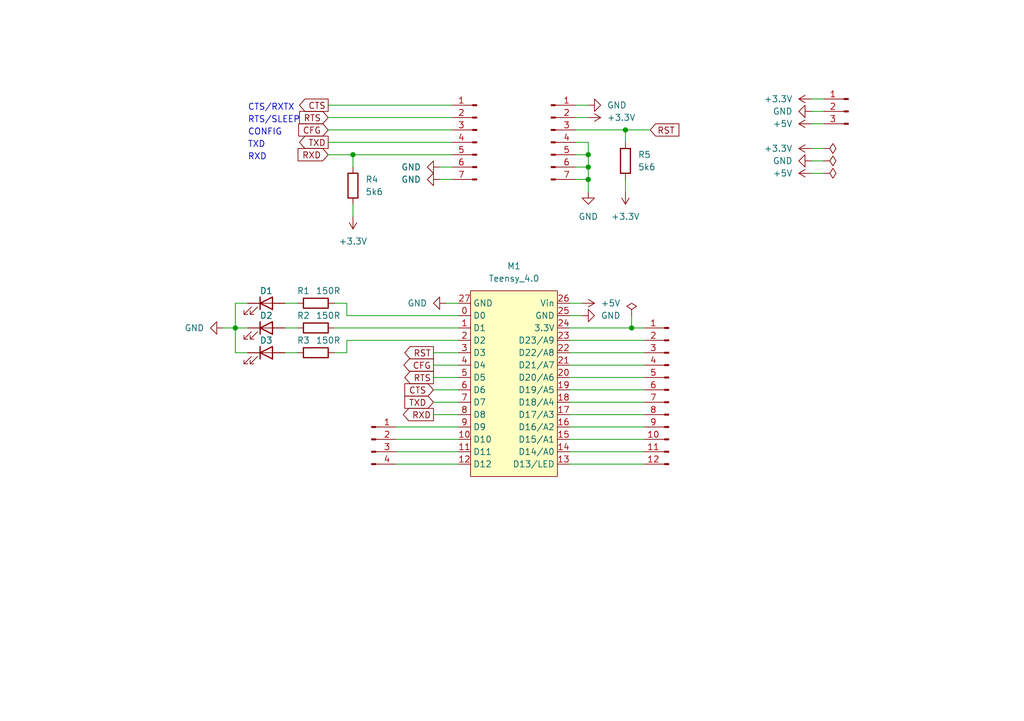
<source format=kicad_sch>
(kicad_sch (version 20230121) (generator eeschema)
  (paper "A5")
  (lib_symbols
    (symbol "+3.3V_1" (power) (pin_names (offset 0))
      (property "Value" "+3.3V_1" (at 0 3.556 0))
      (symbol "+3.3V_1_0_1"
        (polyline (pts (xy -0.762 1.27) (xy 0 2.54)))
        (polyline (pts (xy 0 0) (xy 0 2.54)))
        (polyline (pts (xy 0 2.54) (xy 0.762 1.27)))
      )
      (symbol "+3.3V_1_1_1"
        (pin power_in line (at 0 0 90) (length 0) hide (name "+3.3V") (number "1"))
      )
    )
    (symbol "+5V_1" (power) (pin_names (offset 0))
      (property "Value" "+5V_1" (at 0 3.556 0))
      (symbol "+5V_1_0_1"
        (polyline (pts (xy -0.762 1.27) (xy 0 2.54)))
        (polyline (pts (xy 0 0) (xy 0 2.54)))
        (polyline (pts (xy 0 2.54) (xy 0.762 1.27)))
      )
      (symbol "+5V_1_1_1"
        (pin power_in line (at 0 0 90) (length 0) hide (name "+5V") (number "1"))
      )
    )
    (symbol "Connector:Conn_01x03_Pin" (pin_names (offset 1.016) hide)
      (property "Reference" "J" (at 0 5.08 0))
      (property "Value" "Conn_01x03_Pin" (at 0 -5.08 0))
      (symbol "Conn_01x03_Pin_1_1"
        (polyline (pts (xy 1.27 -2.54) (xy 0.8636 -2.54)) (stroke (width 0.1524)))
        (polyline (pts (xy 1.27 0) (xy 0.8636 0)) (stroke (width 0.1524)))
        (polyline (pts (xy 1.27 2.54) (xy 0.8636 2.54)) (stroke (width 0.1524)))
        (rectangle (start 0.8636 -2.413) (end 0 -2.667) (stroke (width 0.1524)) (fill (type outline)))
        (rectangle (start 0.8636 0.127) (end 0 -0.127) (stroke (width 0.1524)) (fill (type outline)))
        (rectangle (start 0.8636 2.667) (end 0 2.413) (stroke (width 0.1524)) (fill (type outline)))
        (pin passive line (at 5.08 2.54 180) (length 3.81) (name "Pin_1") (number "1"))
        (pin passive line (at 5.08 0 180) (length 3.81) (name "Pin_2") (number "2"))
        (pin passive line (at 5.08 -2.54 180) (length 3.81) (name "Pin_3") (number "3"))
      )
    )
    (symbol "Connector:Conn_01x04_Pin" (pin_names (offset 1.016) hide)
      (property "Reference" "J" (at 0 5.08 0))
      (property "Value" "Conn_01x04_Pin" (at 0 -7.62 0))
      (symbol "Conn_01x04_Pin_1_1"
        (polyline (pts (xy 1.27 -5.08) (xy 0.8636 -5.08)) (stroke (width 0.1524)))
        (polyline (pts (xy 1.27 -2.54) (xy 0.8636 -2.54)) (stroke (width 0.1524)))
        (polyline (pts (xy 1.27 0) (xy 0.8636 0)) (stroke (width 0.1524)))
        (polyline (pts (xy 1.27 2.54) (xy 0.8636 2.54)) (stroke (width 0.1524)))
        (rectangle (start 0.8636 -4.953) (end 0 -5.207) (stroke (width 0.1524)) (fill (type outline)))
        (rectangle (start 0.8636 -2.413) (end 0 -2.667) (stroke (width 0.1524)) (fill (type outline)))
        (rectangle (start 0.8636 0.127) (end 0 -0.127) (stroke (width 0.1524)) (fill (type outline)))
        (rectangle (start 0.8636 2.667) (end 0 2.413) (stroke (width 0.1524)) (fill (type outline)))
        (pin passive line (at 5.08 2.54 180) (length 3.81) (name "Pin_1") (number "1"))
        (pin passive line (at 5.08 0 180) (length 3.81) (name "Pin_2") (number "2"))
        (pin passive line (at 5.08 -2.54 180) (length 3.81) (name "Pin_3") (number "3"))
        (pin passive line (at 5.08 -5.08 180) (length 3.81) (name "Pin_4") (number "4"))
      )
    )
    (symbol "Connector:Conn_01x07_Pin" (pin_names (offset 1.016) hide)
      (property "Reference" "J" (at 0 10.16 0))
      (property "Value" "Conn_01x07_Pin" (at 0 -10.16 0))
      (symbol "Conn_01x07_Pin_1_1"
        (polyline (pts (xy 1.27 -7.62) (xy 0.8636 -7.62)) (stroke (width 0.1524)))
        (polyline (pts (xy 1.27 -5.08) (xy 0.8636 -5.08)) (stroke (width 0.1524)))
        (polyline (pts (xy 1.27 -2.54) (xy 0.8636 -2.54)) (stroke (width 0.1524)))
        (polyline (pts (xy 1.27 0) (xy 0.8636 0)) (stroke (width 0.1524)))
        (polyline (pts (xy 1.27 2.54) (xy 0.8636 2.54)) (stroke (width 0.1524)))
        (polyline (pts (xy 1.27 5.08) (xy 0.8636 5.08)) (stroke (width 0.1524)))
        (polyline (pts (xy 1.27 7.62) (xy 0.8636 7.62)) (stroke (width 0.1524)))
        (rectangle (start 0.8636 -7.493) (end 0 -7.747) (stroke (width 0.1524)) (fill (type outline)))
        (rectangle (start 0.8636 -4.953) (end 0 -5.207) (stroke (width 0.1524)) (fill (type outline)))
        (rectangle (start 0.8636 -2.413) (end 0 -2.667) (stroke (width 0.1524)) (fill (type outline)))
        (rectangle (start 0.8636 0.127) (end 0 -0.127) (stroke (width 0.1524)) (fill (type outline)))
        (rectangle (start 0.8636 2.667) (end 0 2.413) (stroke (width 0.1524)) (fill (type outline)))
        (rectangle (start 0.8636 5.207) (end 0 4.953) (stroke (width 0.1524)) (fill (type outline)))
        (rectangle (start 0.8636 7.747) (end 0 7.493) (stroke (width 0.1524)) (fill (type outline)))
        (pin passive line (at 5.08 7.62 180) (length 3.81) (name "Pin_1") (number "1"))
        (pin passive line (at 5.08 5.08 180) (length 3.81) (name "Pin_2") (number "2"))
        (pin passive line (at 5.08 2.54 180) (length 3.81) (name "Pin_3") (number "3"))
        (pin passive line (at 5.08 0 180) (length 3.81) (name "Pin_4") (number "4"))
        (pin passive line (at 5.08 -2.54 180) (length 3.81) (name "Pin_5") (number "5"))
        (pin passive line (at 5.08 -5.08 180) (length 3.81) (name "Pin_6") (number "6"))
        (pin passive line (at 5.08 -7.62 180) (length 3.81) (name "Pin_7") (number "7"))
      )
    )
    (symbol "Connector:Conn_01x12_Pin" (pin_names (offset 1.016) hide)
      (property "Reference" "J" (at 0 15.24 0))
      (property "Value" "Conn_01x12_Pin" (at 0 -17.78 0))
      (symbol "Conn_01x12_Pin_1_1"
        (polyline (pts (xy 1.27 -15.24) (xy 0.8636 -15.24)) (stroke (width 0.1524)))
        (polyline (pts (xy 1.27 -12.7) (xy 0.8636 -12.7)) (stroke (width 0.1524)))
        (polyline (pts (xy 1.27 -10.16) (xy 0.8636 -10.16)) (stroke (width 0.1524)))
        (polyline (pts (xy 1.27 -7.62) (xy 0.8636 -7.62)) (stroke (width 0.1524)))
        (polyline (pts (xy 1.27 -5.08) (xy 0.8636 -5.08)) (stroke (width 0.1524)))
        (polyline (pts (xy 1.27 -2.54) (xy 0.8636 -2.54)) (stroke (width 0.1524)))
        (polyline (pts (xy 1.27 0) (xy 0.8636 0)) (stroke (width 0.1524)))
        (polyline (pts (xy 1.27 2.54) (xy 0.8636 2.54)) (stroke (width 0.1524)))
        (polyline (pts (xy 1.27 5.08) (xy 0.8636 5.08)) (stroke (width 0.1524)))
        (polyline (pts (xy 1.27 7.62) (xy 0.8636 7.62)) (stroke (width 0.1524)))
        (polyline (pts (xy 1.27 10.16) (xy 0.8636 10.16)) (stroke (width 0.1524)))
        (polyline (pts (xy 1.27 12.7) (xy 0.8636 12.7)) (stroke (width 0.1524)))
        (rectangle (start 0.8636 -15.113) (end 0 -15.367) (stroke (width 0.1524)) (fill (type outline)))
        (rectangle (start 0.8636 -12.573) (end 0 -12.827) (stroke (width 0.1524)) (fill (type outline)))
        (rectangle (start 0.8636 -10.033) (end 0 -10.287) (stroke (width 0.1524)) (fill (type outline)))
        (rectangle (start 0.8636 -7.493) (end 0 -7.747) (stroke (width 0.1524)) (fill (type outline)))
        (rectangle (start 0.8636 -4.953) (end 0 -5.207) (stroke (width 0.1524)) (fill (type outline)))
        (rectangle (start 0.8636 -2.413) (end 0 -2.667) (stroke (width 0.1524)) (fill (type outline)))
        (rectangle (start 0.8636 0.127) (end 0 -0.127) (stroke (width 0.1524)) (fill (type outline)))
        (rectangle (start 0.8636 2.667) (end 0 2.413) (stroke (width 0.1524)) (fill (type outline)))
        (rectangle (start 0.8636 5.207) (end 0 4.953) (stroke (width 0.1524)) (fill (type outline)))
        (rectangle (start 0.8636 7.747) (end 0 7.493) (stroke (width 0.1524)) (fill (type outline)))
        (rectangle (start 0.8636 10.287) (end 0 10.033) (stroke (width 0.1524)) (fill (type outline)))
        (rectangle (start 0.8636 12.827) (end 0 12.573) (stroke (width 0.1524)) (fill (type outline)))
        (pin passive line (at 5.08 12.7 180) (length 3.81) (name "Pin_1") (number "1"))
        (pin passive line (at 5.08 -10.16 180) (length 3.81) (name "Pin_10") (number "10"))
        (pin passive line (at 5.08 -12.7 180) (length 3.81) (name "Pin_11") (number "11"))
        (pin passive line (at 5.08 -15.24 180) (length 3.81) (name "Pin_12") (number "12"))
        (pin passive line (at 5.08 10.16 180) (length 3.81) (name "Pin_2") (number "2"))
        (pin passive line (at 5.08 7.62 180) (length 3.81) (name "Pin_3") (number "3"))
        (pin passive line (at 5.08 5.08 180) (length 3.81) (name "Pin_4") (number "4"))
        (pin passive line (at 5.08 2.54 180) (length 3.81) (name "Pin_5") (number "5"))
        (pin passive line (at 5.08 0 180) (length 3.81) (name "Pin_6") (number "6"))
        (pin passive line (at 5.08 -2.54 180) (length 3.81) (name "Pin_7") (number "7"))
        (pin passive line (at 5.08 -5.08 180) (length 3.81) (name "Pin_8") (number "8"))
        (pin passive line (at 5.08 -7.62 180) (length 3.81) (name "Pin_9") (number "9"))
      )
    )
    (symbol "Device:LED" (pin_numbers hide) (pin_names (offset 1.016) hide)
      (property "Reference" "D" (at 0 2.54 0))
      (property "Value" "LED" (at 0 -2.54 0))
      (symbol "LED_0_1"
        (polyline (pts (xy -1.27 -1.27) (xy -1.27 1.27)) (stroke (width 0.254)))
        (polyline (pts (xy -1.27 0) (xy 1.27 0)))
        (polyline (pts (xy 1.27 -1.27) (xy 1.27 1.27) (xy -1.27 0) (xy 1.27 -1.27)) (stroke (width 0.254)))
        (polyline (pts (xy -3.048 -0.762) (xy -4.572 -2.286) (xy -3.81 -2.286) (xy -4.572 -2.286) (xy -4.572 -1.524)))
        (polyline (pts (xy -1.778 -0.762) (xy -3.302 -2.286) (xy -2.54 -2.286) (xy -3.302 -2.286) (xy -3.302 -1.524)))
      )
      (symbol "LED_1_1"
        (pin passive line (at -3.81 0 0) (length 2.54) (name "K") (number "1"))
        (pin passive line (at 3.81 0 180) (length 2.54) (name "A") (number "2"))
      )
    )
    (symbol "Device:R" (pin_numbers hide) (pin_names (offset 0))
      (property "Reference" "R" (at 2.032 0 90))
      (property "Value" "R" (at 0 0 90))
      (symbol "R_0_1"
        (rectangle (start -1.016 -2.54) (end 1.016 2.54) (stroke (width 0.254)))
      )
      (symbol "R_1_1"
        (pin passive line (at 0 3.81 270) (length 1.27) (name "~") (number "1"))
        (pin passive line (at 0 -3.81 90) (length 1.27) (name "~") (number "2"))
      )
    )
    (symbol "GND_1" (power) (pin_names (offset 0))
      (property "Value" "GND_1" (at 0 -3.81 0))
      (symbol "GND_1_0_1"
        (polyline (pts (xy 0 0) (xy 0 -1.27) (xy 1.27 -1.27) (xy 0 -2.54) (xy -1.27 -1.27) (xy 0 -1.27)))
      )
      (symbol "GND_1_1_1"
        (pin power_in line (at 0 0 270) (length 0) hide (name "GND") (number "1"))
      )
    )
    (symbol "New_Library:Teensy_4.0"
      (property "Reference" "M" (at 0 22.86 0))
      (property "Value" "Teensy_4.0" (at 0 20.32 0))
      (symbol "Teensy_4.0_0_1"
        (rectangle (start -8.89 19.05) (end 8.89 -19.05) (fill (type background)))
      )
      (symbol "Teensy_4.0_1_1"
        (pin bidirectional line (at -11.43 13.97 0) (length 2.54) (name "D0") (number "0"))
        (pin bidirectional line (at -11.43 11.43 0) (length 2.54) (name "D1") (number "1"))
        (pin bidirectional line (at -11.43 -11.43 0) (length 2.54) (name "D10") (number "10"))
        (pin bidirectional line (at -11.43 -13.97 0) (length 2.54) (name "D11") (number "11"))
        (pin bidirectional line (at -11.43 -16.51 0) (length 2.54) (name "D12") (number "12"))
        (pin bidirectional line (at 11.43 -16.51 180) (length 2.54) (name "D13/LED") (number "13"))
        (pin bidirectional line (at 11.43 -13.97 180) (length 2.54) (name "D14/A0") (number "14"))
        (pin bidirectional line (at 11.43 -11.43 180) (length 2.54) (name "D15/A1") (number "15"))
        (pin bidirectional line (at 11.43 -8.89 180) (length 2.54) (name "D16/A2") (number "16"))
        (pin bidirectional line (at 11.43 -6.35 180) (length 2.54) (name "D17/A3") (number "17"))
        (pin bidirectional line (at 11.43 -3.81 180) (length 2.54) (name "D18/A4") (number "18"))
        (pin bidirectional line (at 11.43 -1.27 180) (length 2.54) (name "D19/A5") (number "19"))
        (pin bidirectional line (at -11.43 8.89 0) (length 2.54) (name "D2") (number "2"))
        (pin bidirectional line (at 11.43 1.27 180) (length 2.54) (name "D20/A6") (number "20"))
        (pin bidirectional line (at 11.43 3.81 180) (length 2.54) (name "D21/A7") (number "21"))
        (pin bidirectional line (at 11.43 6.35 180) (length 2.54) (name "D22/A8") (number "22"))
        (pin bidirectional line (at 11.43 8.89 180) (length 2.54) (name "D23/A9") (number "23"))
        (pin power_in line (at 11.43 11.43 180) (length 2.54) (name "3.3V") (number "24"))
        (pin power_in line (at 11.43 13.97 180) (length 2.54) (name "GND") (number "25"))
        (pin power_in line (at 11.43 16.51 180) (length 2.54) (name "Vin") (number "26"))
        (pin power_in line (at -11.43 16.51 0) (length 2.54) (name "GND") (number "27"))
        (pin bidirectional line (at -11.43 6.35 0) (length 2.54) (name "D3") (number "3"))
        (pin bidirectional line (at -11.43 3.81 0) (length 2.54) (name "D4") (number "4"))
        (pin bidirectional line (at -11.43 1.27 0) (length 2.54) (name "D5") (number "5"))
        (pin bidirectional line (at -11.43 -1.27 0) (length 2.54) (name "D6") (number "6"))
        (pin bidirectional line (at -11.43 -3.81 0) (length 2.54) (name "D7") (number "7"))
        (pin bidirectional line (at -11.43 -6.35 0) (length 2.54) (name "D8") (number "8"))
        (pin bidirectional line (at -11.43 -8.89 0) (length 2.54) (name "D9") (number "9"))
      )
    )
    (symbol "PWR_FLAG_1" (power) (pin_numbers hide) (pin_names (offset 0) hide)
      (property "Value" "PWR_FLAG_1" (at 0 3.81 0))
      (symbol "PWR_FLAG_1_0_0"
        (pin power_out line (at 0 0 90) (length 0) (name "pwr") (number "1"))
      )
      (symbol "PWR_FLAG_1_0_1"
        (polyline (pts (xy 0 0) (xy 0 1.27) (xy -1.016 1.905) (xy 0 2.54) (xy 1.016 1.905) (xy 0 1.27)))
      )
    )
    (symbol "PWR_FLAG_2" (power) (pin_numbers hide) (pin_names (offset 0) hide)
      (property "Value" "PWR_FLAG_2" (at 0 3.81 0))
      (symbol "PWR_FLAG_2_0_0"
        (pin power_out line (at 0 0 90) (length 0) (name "pwr") (number "1"))
      )
      (symbol "PWR_FLAG_2_0_1"
        (polyline (pts (xy 0 0) (xy 0 1.27) (xy -1.016 1.905) (xy 0 2.54) (xy 1.016 1.905) (xy 0 1.27)))
      )
    )
  )
  (junction (at 120.65 36.83))
  (junction (at 128.27 26.67))
  (junction (at 48.26 67.31))
  (junction (at 72.39 31.75))
  (junction (at 129.54 67.31))
  (junction (at 120.65 31.75))
  (junction (at 120.65 34.29))
  (wire (pts (xy 71.12 72.39) (xy 68.58 72.39)))
  (wire (pts (xy 116.84 62.23) (xy 119.38 62.23)))
  (wire (pts (xy 129.54 67.31) (xy 132.08 67.31)))
  (wire (pts (xy 166.37 33.02) (xy 168.91 33.02)))
  (wire (pts (xy 91.44 62.23) (xy 93.98 62.23)))
  (wire (pts (xy 81.28 90.17) (xy 93.98 90.17)))
  (wire (pts (xy 120.65 29.21) (xy 118.11 29.21)))
  (wire (pts (xy 116.84 92.71) (xy 132.08 92.71)))
  (wire (pts (xy 72.39 31.75) (xy 92.71 31.75)))
  (wire (pts (xy 45.72 67.31) (xy 48.26 67.31)))
  (wire (pts (xy 88.9 80.01) (xy 93.98 80.01)))
  (wire (pts (xy 129.54 64.77) (xy 129.54 67.31)))
  (wire (pts (xy 166.37 25.4) (xy 168.91 25.4)))
  (wire (pts (xy 88.9 85.09) (xy 93.98 85.09)))
  (wire (pts (xy 116.84 74.93) (xy 132.08 74.93)))
  (wire (pts (xy 118.11 26.67) (xy 128.27 26.67)))
  (wire (pts (xy 166.37 35.56) (xy 168.91 35.56)))
  (wire (pts (xy 72.39 31.75) (xy 72.39 34.29)))
  (wire (pts (xy 71.12 62.23) (xy 68.58 62.23)))
  (wire (pts (xy 116.84 85.09) (xy 132.08 85.09)))
  (wire (pts (xy 166.37 30.48) (xy 168.91 30.48)))
  (wire (pts (xy 58.42 62.23) (xy 60.96 62.23)))
  (wire (pts (xy 88.9 77.47) (xy 93.98 77.47)))
  (wire (pts (xy 48.26 67.31) (xy 48.26 72.39)))
  (wire (pts (xy 116.84 77.47) (xy 132.08 77.47)))
  (wire (pts (xy 166.37 22.86) (xy 168.91 22.86)))
  (wire (pts (xy 116.84 95.25) (xy 132.08 95.25)))
  (wire (pts (xy 58.42 72.39) (xy 60.96 72.39)))
  (wire (pts (xy 48.26 62.23) (xy 50.8 62.23)))
  (wire (pts (xy 50.8 72.39) (xy 48.26 72.39)))
  (wire (pts (xy 71.12 64.77) (xy 93.98 64.77)))
  (wire (pts (xy 128.27 36.83) (xy 128.27 39.37)))
  (wire (pts (xy 67.31 21.59) (xy 92.71 21.59)))
  (wire (pts (xy 67.31 29.21) (xy 92.71 29.21)))
  (wire (pts (xy 128.27 26.67) (xy 128.27 29.21)))
  (wire (pts (xy 120.65 31.75) (xy 120.65 29.21)))
  (wire (pts (xy 116.84 80.01) (xy 132.08 80.01)))
  (wire (pts (xy 118.11 24.13) (xy 120.65 24.13)))
  (wire (pts (xy 68.58 67.31) (xy 93.98 67.31)))
  (wire (pts (xy 116.84 87.63) (xy 132.08 87.63)))
  (wire (pts (xy 88.9 82.55) (xy 93.98 82.55)))
  (wire (pts (xy 81.28 87.63) (xy 93.98 87.63)))
  (wire (pts (xy 88.9 72.39) (xy 93.98 72.39)))
  (wire (pts (xy 116.84 64.77) (xy 119.38 64.77)))
  (wire (pts (xy 120.65 36.83) (xy 120.65 39.37)))
  (wire (pts (xy 48.26 67.31) (xy 50.8 67.31)))
  (wire (pts (xy 120.65 34.29) (xy 120.65 31.75)))
  (wire (pts (xy 81.28 95.25) (xy 93.98 95.25)))
  (wire (pts (xy 166.37 20.32) (xy 168.91 20.32)))
  (wire (pts (xy 72.39 41.91) (xy 72.39 44.45)))
  (wire (pts (xy 118.11 36.83) (xy 120.65 36.83)))
  (wire (pts (xy 67.31 26.67) (xy 92.71 26.67)))
  (wire (pts (xy 88.9 74.93) (xy 93.98 74.93)))
  (wire (pts (xy 116.84 69.85) (xy 132.08 69.85)))
  (wire (pts (xy 58.42 67.31) (xy 60.96 67.31)))
  (wire (pts (xy 116.84 72.39) (xy 132.08 72.39)))
  (wire (pts (xy 81.28 92.71) (xy 93.98 92.71)))
  (wire (pts (xy 120.65 36.83) (xy 120.65 34.29)))
  (wire (pts (xy 71.12 69.85) (xy 71.12 72.39)))
  (wire (pts (xy 116.84 67.31) (xy 129.54 67.31)))
  (wire (pts (xy 90.17 34.29) (xy 92.71 34.29)))
  (wire (pts (xy 48.26 62.23) (xy 48.26 67.31)))
  (wire (pts (xy 116.84 90.17) (xy 132.08 90.17)))
  (wire (pts (xy 67.31 24.13) (xy 92.71 24.13)))
  (wire (pts (xy 67.31 31.75) (xy 72.39 31.75)))
  (wire (pts (xy 128.27 26.67) (xy 133.35 26.67)))
  (wire (pts (xy 71.12 64.77) (xy 71.12 62.23)))
  (wire (pts (xy 116.84 82.55) (xy 132.08 82.55)))
  (wire (pts (xy 118.11 34.29) (xy 120.65 34.29)))
  (wire (pts (xy 118.11 21.59) (xy 120.65 21.59)))
  (wire (pts (xy 93.98 69.85) (xy 71.12 69.85)))
  (wire (pts (xy 118.11 31.75) (xy 120.65 31.75)))
  (wire (pts (xy 90.17 36.83) (xy 92.71 36.83)))
  (text "TXD" (at 50.8 30.48 0) (effects (font (size 1.27 1.27)) (justify left bottom)))
  (text "CONFIG\n" (at 50.8 27.94 0) (effects (font (size 1.27 1.27)) (justify left bottom)))
  (text "RXD" (at 50.8 33.02 0) (effects (font (size 1.27 1.27)) (justify left bottom)))
  (text "CTS/RXTX" (at 50.8 22.86 0) (effects (font (size 1.27 1.27)) (justify left bottom)))
  (text "RTS/SLEEP\n" (at 50.8 25.4 0) (effects (font (size 1.27 1.27)) (justify left bottom)))
  (global_label "RST" (shape output) (at 88.9 72.39 180) (property "Intersheetrefs" "${INTERSHEET_REFS}" (effects hide)))
  (global_label "RTS" (shape input) (at 67.31 24.13 180) (property "Intersheetrefs" "${INTERSHEET_REFS}" (effects hide)))
  (global_label "RST" (shape input) (at 133.35 26.67 0) (property "Intersheetrefs" "${INTERSHEET_REFS}" (effects hide)))
  (global_label "RTS" (shape output) (at 88.9 77.47 180) (property "Intersheetrefs" "${INTERSHEET_REFS}" (effects hide)))
  (global_label "CFG" (shape output) (at 88.9 74.93 180) (property "Intersheetrefs" "${INTERSHEET_REFS}" (effects hide)))
  (global_label "CTS" (shape output) (at 67.31 21.59 180) (property "Intersheetrefs" "${INTERSHEET_REFS}" (effects hide)))
  (global_label "RXD" (shape output) (at 88.9 85.09 180) (property "Intersheetrefs" "${INTERSHEET_REFS}" (effects hide)))
  (global_label "CFG" (shape input) (at 67.31 26.67 180) (property "Intersheetrefs" "${INTERSHEET_REFS}" (effects hide)))
  (global_label "RXD" (shape input) (at 67.31 31.75 180) (property "Intersheetrefs" "${INTERSHEET_REFS}" (effects hide)))
  (global_label "CTS" (shape input) (at 88.9 80.01 180) (property "Intersheetrefs" "${INTERSHEET_REFS}" (effects hide)))
  (global_label "TXD" (shape output) (at 67.31 29.21 180) (property "Intersheetrefs" "${INTERSHEET_REFS}" (effects hide)))
  (global_label "TXD" (shape input) (at 88.9 82.55 180) (property "Intersheetrefs" "${INTERSHEET_REFS}" (effects hide)))
  (symbol (lib_id "Device:R") (at 128.27 33.02 0) (unit 1)
    (property "Reference" "R5" (at 130.81 31.75 0) (effects (justify left)))
    (property "Value" "5k6" (at 130.81 34.29 0) (effects (justify left)))
    (property "Footprint" "Resistor_SMD:R_1206_3216Metric_Pad1.30x1.75mm_HandSolder" (effects hide))
  )
  (symbol (lib_name "PWR_FLAG_1") (lib_id "power:PWR_FLAG") (at 168.91 30.48 270) (unit 1)
    (property "Reference" "#FLG03" (effects hide))
    (property "Value" "PWR_FLAG" (effects hide))
  )
  (symbol (lib_name "GND_1") (lib_id "power:GND") (at 120.65 21.59 90) (unit 1)
    (property "Reference" "#PWR05" (effects hide))
    (property "Value" "GND" (at 124.46 21.59 90) (effects (justify right)))
  )
  (symbol (lib_name "+3.3V_1") (lib_id "power:+3.3V") (at 120.65 24.13 270) (unit 1)
    (property "Reference" "#PWR013" (effects hide))
    (property "Value" "+3.3V" (at 124.46 24.13 90) (effects (justify left)))
  )
  (symbol (lib_name "PWR_FLAG_1") (lib_id "power:PWR_FLAG") (at 168.91 33.02 270) (unit 1)
    (property "Reference" "#FLG04" (effects hide))
    (property "Value" "PWR_FLAG" (effects hide))
  )
  (symbol (lib_name "GND_1") (lib_id "power:GND") (at 91.44 62.23 270) (unit 1)
    (property "Reference" "#PWR06" (effects hide))
    (property "Value" "GND" (at 87.63 62.23 90) (effects (justify right)))
  )
  (symbol (lib_id "Connector:Conn_01x04_Pin") (at 76.2 90.17 0) (unit 1)
    (property "Reference" "J3" (effects hide))
    (property "Value" "Conn_01x04_Pin" (effects hide))
    (property "Footprint" "new_lib:pad_4" (effects hide))
  )
  (symbol (lib_id "Device:R") (at 64.77 67.31 90) (unit 1)
    (property "Reference" "R2" (at 62.23 64.77 90))
    (property "Value" "150R" (at 67.31 64.77 90))
    (property "Footprint" "Resistor_SMD:R_1206_3216Metric_Pad1.30x1.75mm_HandSolder" (effects hide))
  )
  (symbol (lib_name "GND_1") (lib_id "power:GND") (at 90.17 34.29 270) (unit 1)
    (property "Reference" "#PWR02" (effects hide))
    (property "Value" "GND" (at 86.36 34.29 90) (effects (justify right)))
  )
  (symbol (lib_name "GND_1") (lib_id "power:GND") (at 90.17 36.83 270) (unit 1)
    (property "Reference" "#PWR03" (effects hide))
    (property "Value" "GND" (at 86.36 36.83 90) (effects (justify right)))
  )
  (symbol (lib_id "Device:R") (at 72.39 38.1 180) (unit 1)
    (property "Reference" "R4" (at 74.93 36.83 0) (effects (justify right)))
    (property "Value" "5k6" (at 74.93 39.37 0) (effects (justify right)))
    (property "Footprint" "Resistor_SMD:R_1206_3216Metric_Pad1.30x1.75mm_HandSolder" (effects hide))
  )
  (symbol (lib_name "+5V_1") (lib_id "power:+5V") (at 119.38 62.23 270) (unit 1)
    (property "Reference" "#PWR08" (effects hide))
    (property "Value" "+5V" (at 123.19 62.23 90) (effects (justify left)))
  )
  (symbol (lib_name "+3.3V_1") (lib_id "power:+3.3V") (at 166.37 30.48 90) (unit 1)
    (property "Reference" "#PWR017" (effects hide))
    (property "Value" "+3.3V" (at 162.56 30.48 90) (effects (justify left)))
  )
  (symbol (lib_id "Device:R") (at 64.77 62.23 90) (unit 1)
    (property "Reference" "R1" (at 62.23 59.69 90))
    (property "Value" "150R" (at 67.31 59.69 90))
    (property "Footprint" "Resistor_SMD:R_1206_3216Metric_Pad1.30x1.75mm_HandSolder" (effects hide))
  )
  (symbol (lib_id "Connector:Conn_01x07_Pin") (at 97.79 29.21 0) (mirror y) (unit 1)
    (property "Reference" "J7" (effects hide))
    (property "Value" "Conn_01x07_Pin" (effects hide))
    (property "Footprint" "Connector_PinSocket_2.54mm:PinSocket_1x07_P2.54mm_Vertical" (effects hide))
  )
  (symbol (lib_name "GND_1") (lib_id "power:GND") (at 166.37 22.86 270) (unit 1)
    (property "Reference" "#PWR014" (effects hide))
    (property "Value" "GND" (at 162.56 22.86 90) (effects (justify right)))
  )
  (symbol (lib_id "New_Library:Teensy_4.0") (at 105.41 78.74 0) (unit 1)
    (property "Reference" "M1" (at 105.41 54.61 0))
    (property "Value" "Teensy_4.0" (at 105.41 57.15 0))
    (property "Footprint" "new_lib:Teensy_4.0" (effects hide))
  )
  (symbol (lib_id "Connector:Conn_01x07_Pin") (at 113.03 29.21 0) (unit 1)
    (property "Reference" "J6" (effects hide))
    (property "Value" "Conn_01x07_Pin" (effects hide))
    (property "Footprint" "Connector_PinSocket_2.54mm:PinSocket_1x07_P2.54mm_Vertical" (effects hide))
  )
  (symbol (lib_id "Connector:Conn_01x12_Pin") (at 137.16 80.01 0) (mirror y) (unit 1)
    (property "Reference" "J2" (effects hide))
    (property "Value" "Conn_01x12_Pin" (effects hide))
    (property "Footprint" "new_lib:pad_12" (effects hide))
  )
  (symbol (lib_name "+3.3V_1") (lib_id "power:+3.3V") (at 72.39 44.45 180) (unit 1)
    (property "Reference" "#PWR04" (effects hide))
    (property "Value" "+3.3V" (at 72.39 49.53 0))
  )
  (symbol (lib_name "GND_1") (lib_id "power:GND") (at 166.37 33.02 270) (unit 1)
    (property "Reference" "#PWR018" (effects hide))
    (property "Value" "GND" (at 162.56 33.02 90) (effects (justify right)))
  )
  (symbol (lib_name "GND_1") (lib_id "power:GND") (at 45.72 67.31 270) (unit 1)
    (property "Reference" "#PWR01" (effects hide))
    (property "Value" "GND" (at 41.91 67.31 90) (effects (justify right)))
  )
  (symbol (lib_name "+3.3V_1") (lib_id "power:+3.3V") (at 128.27 39.37 180) (unit 1)
    (property "Reference" "#PWR012" (effects hide))
    (property "Value" "+3.3V" (at 128.27 44.45 0))
  )
  (symbol (lib_name "GND_1") (lib_id "power:GND") (at 120.65 39.37 0) (unit 1)
    (property "Reference" "#PWR011" (effects hide))
    (property "Value" "GND" (at 120.65 44.45 0))
  )
  (symbol (lib_id "Device:R") (at 64.77 72.39 90) (unit 1)
    (property "Reference" "R3" (at 62.23 69.85 90))
    (property "Value" "150R" (at 67.31 69.85 90))
    (property "Footprint" "Resistor_SMD:R_1206_3216Metric_Pad1.30x1.75mm_HandSolder" (effects hide))
  )
  (symbol (lib_name "PWR_FLAG_1") (lib_id "power:PWR_FLAG") (at 168.91 35.56 270) (unit 1)
    (property "Reference" "#FLG05" (effects hide))
    (property "Value" "PWR_FLAG" (effects hide))
  )
  (symbol (lib_name "GND_1") (lib_id "power:GND") (at 119.38 64.77 90) (unit 1)
    (property "Reference" "#PWR07" (effects hide))
    (property "Value" "GND" (at 123.19 64.77 90) (effects (justify right)))
  )
  (symbol (lib_id "Device:LED") (at 54.61 67.31 0) (unit 1)
    (property "Reference" "D2" (at 54.61 64.77 0))
    (property "Value" "LED" (effects hide))
    (property "Footprint" "LED_THT:LED_D3.0mm" (effects hide))
  )
  (symbol (lib_name "+5V_1") (lib_id "power:+5V") (at 166.37 25.4 90) (unit 1)
    (property "Reference" "#PWR016" (effects hide))
    (property "Value" "+5V" (at 162.56 25.4 90) (effects (justify left)))
  )
  (symbol (lib_id "Device:LED") (at 54.61 62.23 0) (unit 1)
    (property "Reference" "D1" (at 54.61 59.69 0))
    (property "Value" "LED" (effects hide))
    (property "Footprint" "LED_THT:LED_D3.0mm" (effects hide))
  )
  (symbol (lib_name "PWR_FLAG_2") (lib_id "power:PWR_FLAG") (at 129.54 64.77 0) (unit 1)
    (property "Reference" "#FLG02" (effects hide))
    (property "Value" "PWR_FLAG" (effects hide))
  )
  (symbol (lib_id "Connector:Conn_01x03_Pin") (at 173.99 22.86 0) (mirror y) (unit 1)
    (property "Reference" "J5" (effects hide))
    (property "Value" "Conn_01x03_Pin" (effects hide))
    (property "Footprint" "Connector_PinSocket_2.54mm:PinSocket_1x03_P2.54mm_Vertical" (effects hide))
  )
  (symbol (lib_id "Device:LED") (at 54.61 72.39 0) (unit 1)
    (property "Reference" "D3" (at 54.61 69.85 0))
    (property "Value" "LED" (effects hide))
    (property "Footprint" "LED_THT:LED_D3.0mm" (effects hide))
  )
  (symbol (lib_name "+3.3V_1") (lib_id "power:+3.3V") (at 166.37 20.32 90) (unit 1)
    (property "Reference" "#PWR015" (effects hide))
    (property "Value" "+3.3V" (at 162.56 20.32 90) (effects (justify left)))
  )
  (symbol (lib_name "+5V_1") (lib_id "power:+5V") (at 166.37 35.56 90) (unit 1)
    (property "Reference" "#PWR019" (effects hide))
    (property "Value" "+5V" (at 162.56 35.56 90) (effects (justify left)))
  )
)
</source>
